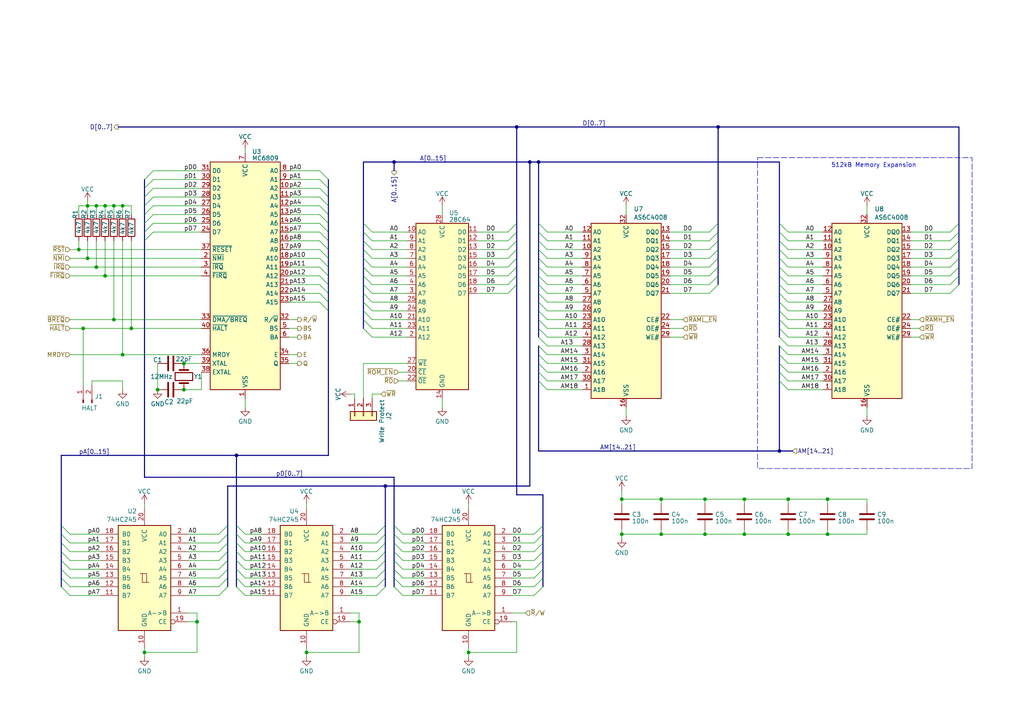
<source format=kicad_sch>
(kicad_sch (version 20231120) (generator "eeschema") (generator_version "8.0")
  (paper "A4")
  (bus_alias "" (members))
  (bus_alias "BUS" (members "{A[15..0]" "AM[23..13]" "D[7..0]" "~{RD}" "~{WR}" "E" "Q" "R/~{W}" "~{IRQ}" "~{FIRQ}" "~{NMI}" "~{RST}" "~{HALT}" "~{BREQ}" "MRDY" "BS" "BA" "~{ROM_EN}" "~{RAML_EN}" "~{RAMH_EN}}"))
  (bus_alias "CPU_BUS" (members "A[15..0]" "AM[23..13]" "D[7..0]" "~RD" "~WR" "E" "Q" "R/~W" "~IRQ" "~FIRQ" "~NMI" "~RST" "~HALT" "~BREQ" "MRDY" "BS" "BA" "~ROM_EN" "~RAML_EN" "~RAMH_EN"))
  (junction (at 33.02 59.69))
  (junction (at 135.89 189.23))
  (junction (at 27.94 59.69))
  (junction (at 180.34 154.94))
  (junction (at 25.4 74.93))
  (junction (at 156.21 46.99))
  (junction (at 25.4 59.69))
  (junction (at 240.03 144.78))
  (junction (at 35.56 102.87))
  (junction (at 104.14 180.34))
  (junction (at 204.47 144.78))
  (junction (at 180.34 144.78))
  (junction (at 111.76 140.97))
  (junction (at 228.6 154.94))
  (junction (at 68.58 132.08))
  (junction (at 35.56 59.69))
  (junction (at 24.13 95.25))
  (junction (at 33.02 92.71))
  (junction (at 30.48 80.01))
  (junction (at 191.77 154.94))
  (junction (at 215.9 154.94))
  (junction (at 215.9 144.78))
  (junction (at 57.15 180.34))
  (junction (at 30.48 59.69))
  (junction (at 45.72 113.03))
  (junction (at 38.1 95.25))
  (junction (at 226.06 130.81))
  (junction (at 153.67 46.99))
  (junction (at 149.86 36.83))
  (junction (at 191.77 144.78))
  (junction (at 53.34 105.41))
  (junction (at 240.03 154.94))
  (junction (at 114.3 46.99))
  (junction (at 208.28 36.83))
  (junction (at 88.9 189.23))
  (junction (at 204.47 154.94))
  (junction (at 22.86 72.39))
  (junction (at 27.94 77.47))
  (junction (at 41.91 189.23))
  (junction (at 53.34 113.03))
  (junction (at 228.6 144.78))
  (bus_entry (at 226.06 67.31) (size 2.54 2.54))
  (bus_entry (at 105.41 64.77) (size 2.54 2.54))
  (bus_entry (at 147.32 77.47) (size 2.54 -2.54))
  (bus_entry (at 41.91 57.15) (size 2.54 -2.54))
  (bus_entry (at 147.32 67.31) (size 2.54 -2.54))
  (bus_entry (at 278.13 67.31) (size -2.54 2.54))
  (bus_entry (at 95.25 52.07) (size -2.54 -2.54))
  (bus_entry (at 147.32 74.93) (size 2.54 -2.54))
  (bus_entry (at 208.28 80.01) (size -2.54 2.54))
  (bus_entry (at 157.48 160.02) (size -2.54 2.54))
  (bus_entry (at 156.21 85.09) (size 2.54 2.54))
  (bus_entry (at 147.32 69.85) (size 2.54 -2.54))
  (bus_entry (at 105.41 92.71) (size 2.54 2.54))
  (bus_entry (at 66.04 162.56) (size -2.54 2.54))
  (bus_entry (at 95.25 57.15) (size -2.54 -2.54))
  (bus_entry (at 105.41 90.17) (size 2.54 2.54))
  (bus_entry (at 226.06 107.95) (size 2.54 2.54))
  (bus_entry (at 157.48 167.64) (size -2.54 2.54))
  (bus_entry (at 278.13 82.55) (size -2.54 2.54))
  (bus_entry (at 226.06 87.63) (size 2.54 2.54))
  (bus_entry (at 95.25 90.17) (size -2.54 -2.54))
  (bus_entry (at 156.21 72.39) (size 2.54 2.54))
  (bus_entry (at 157.48 165.1) (size -2.54 2.54))
  (bus_entry (at 157.48 157.48) (size -2.54 2.54))
  (bus_entry (at 226.06 92.71) (size 2.54 2.54))
  (bus_entry (at 208.28 67.31) (size -2.54 2.54))
  (bus_entry (at 278.13 64.77) (size -2.54 2.54))
  (bus_entry (at 95.25 82.55) (size -2.54 -2.54))
  (bus_entry (at 17.78 160.02) (size 2.54 2.54))
  (bus_entry (at 278.13 69.85) (size -2.54 2.54))
  (bus_entry (at 66.04 160.02) (size -2.54 2.54))
  (bus_entry (at 68.58 154.94) (size 2.54 2.54))
  (bus_entry (at 226.06 82.55) (size 2.54 2.54))
  (bus_entry (at 111.76 165.1) (size -2.54 2.54))
  (bus_entry (at 278.13 72.39) (size -2.54 2.54))
  (bus_entry (at 226.06 74.93) (size 2.54 2.54))
  (bus_entry (at 208.28 77.47) (size -2.54 2.54))
  (bus_entry (at 17.78 167.64) (size 2.54 2.54))
  (bus_entry (at 41.91 52.07) (size 2.54 -2.54))
  (bus_entry (at 68.58 160.02) (size 2.54 2.54))
  (bus_entry (at 114.3 167.64) (size 2.54 2.54))
  (bus_entry (at 147.32 85.09) (size 2.54 -2.54))
  (bus_entry (at 17.78 152.4) (size 2.54 2.54))
  (bus_entry (at 114.3 160.02) (size 2.54 2.54))
  (bus_entry (at 41.91 64.77) (size 2.54 -2.54))
  (bus_entry (at 95.25 80.01) (size -2.54 -2.54))
  (bus_entry (at 226.06 80.01) (size 2.54 2.54))
  (bus_entry (at 226.06 90.17) (size 2.54 2.54))
  (bus_entry (at 66.04 157.48) (size -2.54 2.54))
  (bus_entry (at 17.78 165.1) (size 2.54 2.54))
  (bus_entry (at 111.76 170.18) (size -2.54 2.54))
  (bus_entry (at 226.06 105.41) (size 2.54 2.54))
  (bus_entry (at 95.25 74.93) (size -2.54 -2.54))
  (bus_entry (at 114.3 157.48) (size 2.54 2.54))
  (bus_entry (at 156.21 82.55) (size 2.54 2.54))
  (bus_entry (at 226.06 102.87) (size 2.54 2.54))
  (bus_entry (at 105.41 87.63) (size 2.54 2.54))
  (bus_entry (at 156.21 90.17) (size 2.54 2.54))
  (bus_entry (at 156.21 105.41) (size 2.54 2.54))
  (bus_entry (at 66.04 167.64) (size -2.54 2.54))
  (bus_entry (at 226.06 97.79) (size 2.54 2.54))
  (bus_entry (at 156.21 95.25) (size 2.54 2.54))
  (bus_entry (at 41.91 54.61) (size 2.54 -2.54))
  (bus_entry (at 66.04 154.94) (size -2.54 2.54))
  (bus_entry (at 156.21 74.93) (size 2.54 2.54))
  (bus_entry (at 156.21 107.95) (size 2.54 2.54))
  (bus_entry (at 157.48 162.56) (size -2.54 2.54))
  (bus_entry (at 105.41 74.93) (size 2.54 2.54))
  (bus_entry (at 278.13 77.47) (size -2.54 2.54))
  (bus_entry (at 156.21 110.49) (size 2.54 2.54))
  (bus_entry (at 226.06 64.77) (size 2.54 2.54))
  (bus_entry (at 156.21 100.33) (size 2.54 2.54))
  (bus_entry (at 68.58 157.48) (size 2.54 2.54))
  (bus_entry (at 226.06 85.09) (size 2.54 2.54))
  (bus_entry (at 105.41 77.47) (size 2.54 2.54))
  (bus_entry (at 68.58 165.1) (size 2.54 2.54))
  (bus_entry (at 156.21 67.31) (size 2.54 2.54))
  (bus_entry (at 41.91 62.23) (size 2.54 -2.54))
  (bus_entry (at 278.13 74.93) (size -2.54 2.54))
  (bus_entry (at 114.3 154.94) (size 2.54 2.54))
  (bus_entry (at 95.25 77.47) (size -2.54 -2.54))
  (bus_entry (at 17.78 154.94) (size 2.54 2.54))
  (bus_entry (at 156.21 87.63) (size 2.54 2.54))
  (bus_entry (at 66.04 170.18) (size -2.54 2.54))
  (bus_entry (at 105.41 80.01) (size 2.54 2.54))
  (bus_entry (at 226.06 95.25) (size 2.54 2.54))
  (bus_entry (at 147.32 72.39) (size 2.54 -2.54))
  (bus_entry (at 105.41 69.85) (size 2.54 2.54))
  (bus_entry (at 111.76 157.48) (size -2.54 2.54))
  (bus_entry (at 208.28 74.93) (size -2.54 2.54))
  (bus_entry (at 68.58 167.64) (size 2.54 2.54))
  (bus_entry (at 114.3 170.18) (size 2.54 2.54))
  (bus_entry (at 157.48 152.4) (size -2.54 2.54))
  (bus_entry (at 208.28 64.77) (size -2.54 2.54))
  (bus_entry (at 208.28 72.39) (size -2.54 2.54))
  (bus_entry (at 41.91 59.69) (size 2.54 -2.54))
  (bus_entry (at 156.21 77.47) (size 2.54 2.54))
  (bus_entry (at 157.48 154.94) (size -2.54 2.54))
  (bus_entry (at 68.58 152.4) (size 2.54 2.54))
  (bus_entry (at 156.21 80.01) (size 2.54 2.54))
  (bus_entry (at 95.25 54.61) (size -2.54 -2.54))
  (bus_entry (at 226.06 110.49) (size 2.54 2.54))
  (bus_entry (at 95.25 59.69) (size -2.54 -2.54))
  (bus_entry (at 226.06 100.33) (size 2.54 2.54))
  (bus_entry (at 95.25 67.31) (size -2.54 -2.54))
  (bus_entry (at 157.48 170.18) (size -2.54 2.54))
  (bus_entry (at 95.25 69.85) (size -2.54 -2.54))
  (bus_entry (at 226.06 72.39) (size 2.54 2.54))
  (bus_entry (at 105.41 67.31) (size 2.54 2.54))
  (bus_entry (at 156.21 97.79) (size 2.54 2.54))
  (bus_entry (at 66.04 165.1) (size -2.54 2.54))
  (bus_entry (at 95.25 64.77) (size -2.54 -2.54))
  (bus_entry (at 278.13 80.01) (size -2.54 2.54))
  (bus_entry (at 156.21 102.87) (size 2.54 2.54))
  (bus_entry (at 95.25 62.23) (size -2.54 -2.54))
  (bus_entry (at 147.32 80.01) (size 2.54 -2.54))
  (bus_entry (at 105.41 72.39) (size 2.54 2.54))
  (bus_entry (at 68.58 170.18) (size 2.54 2.54))
  (bus_entry (at 95.25 72.39) (size -2.54 -2.54))
  (bus_entry (at 105.41 85.09) (size 2.54 2.54))
  (bus_entry (at 111.76 152.4) (size -2.54 2.54))
  (bus_entry (at 226.06 77.47) (size 2.54 2.54))
  (bus_entry (at 111.76 154.94) (size -2.54 2.54))
  (bus_entry (at 17.78 170.18) (size 2.54 2.54))
  (bus_entry (at 156.21 69.85) (size 2.54 2.54))
  (bus_entry (at 111.76 160.02) (size -2.54 2.54))
  (bus_entry (at 114.3 162.56) (size 2.54 2.54))
  (bus_entry (at 66.04 152.4) (size -2.54 2.54))
  (bus_entry (at 95.25 87.63) (size -2.54 -2.54))
  (bus_entry (at 68.58 162.56) (size 2.54 2.54))
  (bus_entry (at 105.41 95.25) (size 2.54 2.54))
  (bus_entry (at 114.3 165.1) (size 2.54 2.54))
  (bus_entry (at 156.21 64.77) (size 2.54 2.54))
  (bus_entry (at 17.78 162.56) (size 2.54 2.54))
  (bus_entry (at 111.76 167.64) (size -2.54 2.54))
  (bus_entry (at 41.91 69.85) (size 2.54 -2.54))
  (bus_entry (at 114.3 152.4) (size 2.54 2.54))
  (bus_entry (at 111.76 162.56) (size -2.54 2.54))
  (bus_entry (at 208.28 82.55) (size -2.54 2.54))
  (bus_entry (at 17.78 157.48) (size 2.54 2.54))
  (bus_entry (at 105.41 82.55) (size 2.54 2.54))
  (bus_entry (at 156.21 92.71) (size 2.54 2.54))
  (bus_entry (at 41.91 67.31) (size 2.54 -2.54))
  (bus_entry (at 95.25 85.09) (size -2.54 -2.54))
  (bus_entry (at 208.28 69.85) (size -2.54 2.54))
  (bus_entry (at 147.32 82.55) (size 2.54 -2.54))
  (bus_entry (at 226.06 69.85) (size 2.54 2.54))
  (wire (pts (xy 105.41 105.41) (xy 105.41 115.57)))
  (wire (pts (xy 251.46 154.94) (xy 251.46 153.67)))
  (wire (pts (xy 44.45 52.07) (xy 58.42 52.07)))
  (wire (pts (xy 181.61 118.11) (xy 181.61 120.65)))
  (wire (pts (xy 135.89 187.96) (xy 135.89 189.23)))
  (wire (pts (xy 228.6 97.79) (xy 238.76 97.79)))
  (wire (pts (xy 158.75 87.63) (xy 168.91 87.63)))
  (bus (pts (xy 111.76 157.48) (xy 111.76 160.02)))
  (bus (pts (xy 41.91 54.61) (xy 41.91 57.15)))
  (wire (pts (xy 20.32 170.18) (xy 29.21 170.18)))
  (wire (pts (xy 135.89 146.05) (xy 135.89 147.32)))
  (bus (pts (xy 149.86 77.47) (xy 149.86 80.01)))
  (wire (pts (xy 149.86 189.23) (xy 149.86 180.34)))
  (wire (pts (xy 20.32 154.94) (xy 29.21 154.94)))
  (bus (pts (xy 68.58 132.08) (xy 95.25 132.08)))
  (bus (pts (xy 111.76 165.1) (xy 111.76 167.64)))
  (wire (pts (xy 138.43 69.85) (xy 147.32 69.85)))
  (bus (pts (xy 157.48 157.48) (xy 157.48 160.02)))
  (wire (pts (xy 54.61 157.48) (xy 63.5 157.48)))
  (wire (pts (xy 228.6 95.25) (xy 238.76 95.25)))
  (bus (pts (xy 208.28 67.31) (xy 208.28 69.85)))
  (wire (pts (xy 54.61 172.72) (xy 63.5 172.72)))
  (bus (pts (xy 41.91 69.85) (xy 41.91 138.43)))
  (wire (pts (xy 107.95 67.31) (xy 118.11 67.31)))
  (wire (pts (xy 116.84 160.02) (xy 123.19 160.02)))
  (wire (pts (xy 135.89 189.23) (xy 135.89 190.5)))
  (bus (pts (xy 278.13 72.39) (xy 278.13 74.93)))
  (wire (pts (xy 158.75 69.85) (xy 168.91 69.85)))
  (wire (pts (xy 158.75 113.03) (xy 168.91 113.03)))
  (bus (pts (xy 17.78 167.64) (xy 17.78 165.1)))
  (bus (pts (xy 68.58 132.08) (xy 68.58 152.4)))
  (bus (pts (xy 149.86 64.77) (xy 149.86 67.31)))
  (wire (pts (xy 35.56 69.85) (xy 35.56 102.87)))
  (wire (pts (xy 266.7 97.79) (xy 264.16 97.79)))
  (wire (pts (xy 71.12 43.18) (xy 71.12 44.45)))
  (bus (pts (xy 17.78 160.02) (xy 17.78 157.48)))
  (bus (pts (xy 149.86 80.01) (xy 149.86 82.55)))
  (wire (pts (xy 104.14 180.34) (xy 104.14 189.23)))
  (bus (pts (xy 17.78 152.4) (xy 17.78 132.08)))
  (wire (pts (xy 228.6 77.47) (xy 238.76 77.47)))
  (wire (pts (xy 44.45 54.61) (xy 58.42 54.61)))
  (bus (pts (xy 153.67 46.99) (xy 114.3 46.99)))
  (bus (pts (xy 226.06 107.95) (xy 226.06 110.49)))
  (wire (pts (xy 86.36 92.71) (xy 83.82 92.71)))
  (bus (pts (xy 156.21 90.17) (xy 156.21 92.71)))
  (wire (pts (xy 107.95 114.3) (xy 110.49 114.3)))
  (wire (pts (xy 83.82 69.85) (xy 92.71 69.85)))
  (wire (pts (xy 33.02 59.69) (xy 30.48 59.69)))
  (wire (pts (xy 148.59 167.64) (xy 154.94 167.64)))
  (wire (pts (xy 25.4 58.42) (xy 25.4 59.69)))
  (wire (pts (xy 251.46 144.78) (xy 251.46 146.05)))
  (wire (pts (xy 107.95 97.79) (xy 118.11 97.79)))
  (wire (pts (xy 71.12 154.94) (xy 76.2 154.94)))
  (wire (pts (xy 20.32 92.71) (xy 33.02 92.71)))
  (bus (pts (xy 114.3 157.48) (xy 114.3 154.94)))
  (wire (pts (xy 116.84 154.94) (xy 123.19 154.94)))
  (wire (pts (xy 194.31 69.85) (xy 205.74 69.85)))
  (wire (pts (xy 22.86 69.85) (xy 22.86 72.39)))
  (bus (pts (xy 17.78 170.18) (xy 17.78 167.64)))
  (wire (pts (xy 101.6 177.8) (xy 104.14 177.8)))
  (wire (pts (xy 83.82 82.55) (xy 92.71 82.55)))
  (bus (pts (xy 105.41 64.77) (xy 105.41 46.99)))
  (wire (pts (xy 54.61 165.1) (xy 63.5 165.1)))
  (bus (pts (xy 149.86 143.51) (xy 157.48 143.51)))
  (wire (pts (xy 38.1 62.23) (xy 38.1 59.69)))
  (wire (pts (xy 102.87 114.3) (xy 102.87 115.57)))
  (wire (pts (xy 27.94 59.69) (xy 27.94 62.23)))
  (bus (pts (xy 226.06 100.33) (xy 226.06 102.87)))
  (wire (pts (xy 105.41 105.41) (xy 118.11 105.41)))
  (wire (pts (xy 158.75 105.41) (xy 168.91 105.41)))
  (wire (pts (xy 101.6 160.02) (xy 109.22 160.02)))
  (bus (pts (xy 208.28 36.83) (xy 208.28 64.77)))
  (bus (pts (xy 208.28 36.83) (xy 278.13 36.83)))
  (bus (pts (xy 105.41 85.09) (xy 105.41 87.63)))
  (wire (pts (xy 228.6 87.63) (xy 238.76 87.63)))
  (bus (pts (xy 156.21 87.63) (xy 156.21 90.17)))
  (wire (pts (xy 158.75 100.33) (xy 168.91 100.33)))
  (bus (pts (xy 278.13 80.01) (xy 278.13 82.55)))
  (wire (pts (xy 158.75 67.31) (xy 168.91 67.31)))
  (bus (pts (xy 226.06 95.25) (xy 226.06 97.79)))
  (wire (pts (xy 38.1 95.25) (xy 58.42 95.25)))
  (wire (pts (xy 228.6 92.71) (xy 238.76 92.71)))
  (bus (pts (xy 149.86 74.93) (xy 149.86 77.47)))
  (wire (pts (xy 204.47 154.94) (xy 204.47 153.67)))
  (wire (pts (xy 45.72 105.41) (xy 45.72 113.03)))
  (bus (pts (xy 156.21 80.01) (xy 156.21 82.55)))
  (wire (pts (xy 215.9 154.94) (xy 215.9 153.67)))
  (wire (pts (xy 228.6 144.78) (xy 240.03 144.78)))
  (wire (pts (xy 158.75 77.47) (xy 168.91 77.47)))
  (wire (pts (xy 215.9 144.78) (xy 215.9 146.05)))
  (wire (pts (xy 26.67 110.49) (xy 35.56 110.49)))
  (wire (pts (xy 264.16 74.93) (xy 275.59 74.93)))
  (bus (pts (xy 41.91 64.77) (xy 41.91 67.31)))
  (bus (pts (xy 156.21 64.77) (xy 156.21 67.31)))
  (wire (pts (xy 128.27 59.69) (xy 128.27 62.23)))
  (bus (pts (xy 153.67 140.97) (xy 111.76 140.97)))
  (bus (pts (xy 66.04 162.56) (xy 66.04 165.1)))
  (wire (pts (xy 101.6 154.94) (xy 109.22 154.94)))
  (bus (pts (xy 156.21 46.99) (xy 153.67 46.99)))
  (bus (pts (xy 111.76 160.02) (xy 111.76 162.56)))
  (wire (pts (xy 83.82 85.09) (xy 92.71 85.09)))
  (wire (pts (xy 101.6 167.64) (xy 109.22 167.64)))
  (bus (pts (xy 66.04 165.1) (xy 66.04 167.64)))
  (wire (pts (xy 158.75 97.79) (xy 168.91 97.79)))
  (bus (pts (xy 95.25 74.93) (xy 95.25 77.47)))
  (wire (pts (xy 30.48 80.01) (xy 58.42 80.01)))
  (bus (pts (xy 226.06 87.63) (xy 226.06 90.17)))
  (bus (pts (xy 226.06 69.85) (xy 226.06 72.39)))
  (bus (pts (xy 153.67 46.99) (xy 153.67 140.97)))
  (wire (pts (xy 54.61 162.56) (xy 63.5 162.56)))
  (wire (pts (xy 158.75 107.95) (xy 168.91 107.95)))
  (wire (pts (xy 41.91 189.23) (xy 57.15 189.23)))
  (bus (pts (xy 156.21 74.93) (xy 156.21 77.47)))
  (bus (pts (xy 226.06 67.31) (xy 226.06 69.85)))
  (wire (pts (xy 116.84 172.72) (xy 123.19 172.72)))
  (wire (pts (xy 83.82 64.77) (xy 92.71 64.77)))
  (bus (pts (xy 68.58 160.02) (xy 68.58 162.56)))
  (bus (pts (xy 278.13 64.77) (xy 278.13 36.83)))
  (wire (pts (xy 148.59 172.72) (xy 154.94 172.72)))
  (bus (pts (xy 111.76 140.97) (xy 111.76 152.4)))
  (bus (pts (xy 149.86 36.83) (xy 149.86 64.77)))
  (wire (pts (xy 35.56 59.69) (xy 33.02 59.69)))
  (wire (pts (xy 198.12 95.25) (xy 194.31 95.25)))
  (wire (pts (xy 71.12 167.64) (xy 76.2 167.64)))
  (bus (pts (xy 114.3 162.56) (xy 114.3 160.02)))
  (wire (pts (xy 33.02 92.71) (xy 58.42 92.71)))
  (wire (pts (xy 228.6 74.93) (xy 238.76 74.93)))
  (bus (pts (xy 114.3 46.99) (xy 105.41 46.99)))
  (wire (pts (xy 228.6 107.95) (xy 238.76 107.95)))
  (bus (pts (xy 95.25 62.23) (xy 95.25 64.77)))
  (wire (pts (xy 107.95 87.63) (xy 118.11 87.63)))
  (wire (pts (xy 228.6 105.41) (xy 238.76 105.41)))
  (bus (pts (xy 105.41 92.71) (xy 105.41 95.25)))
  (wire (pts (xy 138.43 67.31) (xy 147.32 67.31)))
  (wire (pts (xy 101.6 180.34) (xy 104.14 180.34)))
  (wire (pts (xy 57.15 180.34) (xy 57.15 177.8)))
  (wire (pts (xy 158.75 80.01) (xy 168.91 80.01)))
  (wire (pts (xy 53.34 105.41) (xy 58.42 105.41)))
  (wire (pts (xy 107.95 69.85) (xy 118.11 69.85)))
  (wire (pts (xy 266.7 95.25) (xy 264.16 95.25)))
  (wire (pts (xy 20.32 172.72) (xy 29.21 172.72)))
  (bus (pts (xy 66.04 140.97) (xy 66.04 152.4)))
  (bus (pts (xy 156.21 77.47) (xy 156.21 80.01)))
  (bus (pts (xy 105.41 82.55) (xy 105.41 85.09)))
  (bus (pts (xy 95.25 54.61) (xy 95.25 57.15)))
  (wire (pts (xy 27.94 69.85) (xy 27.94 77.47)))
  (bus (pts (xy 226.06 105.41) (xy 226.06 107.95)))
  (bus (pts (xy 17.78 154.94) (xy 17.78 152.4)))
  (bus (pts (xy 208.28 77.47) (xy 208.28 80.01)))
  (wire (pts (xy 240.03 154.94) (xy 240.03 153.67)))
  (wire (pts (xy 264.16 77.47) (xy 275.59 77.47)))
  (wire (pts (xy 71.12 160.02) (xy 76.2 160.02)))
  (wire (pts (xy 135.89 189.23) (xy 149.86 189.23)))
  (bus (pts (xy 68.58 167.64) (xy 68.58 170.18)))
  (wire (pts (xy 83.82 74.93) (xy 92.71 74.93)))
  (bus (pts (xy 95.25 80.01) (xy 95.25 82.55)))
  (bus (pts (xy 156.21 95.25) (xy 156.21 97.79)))
  (wire (pts (xy 24.13 95.25) (xy 38.1 95.25)))
  (wire (pts (xy 41.91 146.05) (xy 41.91 147.32)))
  (wire (pts (xy 30.48 59.69) (xy 30.48 62.23)))
  (bus (pts (xy 41.91 59.69) (xy 41.91 62.23)))
  (wire (pts (xy 104.14 177.8) (xy 104.14 180.34)))
  (wire (pts (xy 27.94 59.69) (xy 25.4 59.69)))
  (bus (pts (xy 111.76 162.56) (xy 111.76 165.1)))
  (wire (pts (xy 38.1 59.69) (xy 35.56 59.69)))
  (wire (pts (xy 148.59 165.1) (xy 154.94 165.1)))
  (bus (pts (xy 156.21 64.77) (xy 156.21 46.99)))
  (bus (pts (xy 278.13 67.31) (xy 278.13 69.85)))
  (bus (pts (xy 17.78 157.48) (xy 17.78 154.94)))
  (wire (pts (xy 138.43 85.09) (xy 147.32 85.09)))
  (wire (pts (xy 35.56 110.49) (xy 35.56 113.03)))
  (bus (pts (xy 156.21 102.87) (xy 156.21 105.41)))
  (bus (pts (xy 114.3 154.94) (xy 114.3 152.4)))
  (wire (pts (xy 228.6 102.87) (xy 238.76 102.87)))
  (wire (pts (xy 35.56 102.87) (xy 58.42 102.87)))
  (wire (pts (xy 20.32 72.39) (xy 22.86 72.39)))
  (wire (pts (xy 116.84 167.64) (xy 123.19 167.64)))
  (wire (pts (xy 107.95 77.47) (xy 118.11 77.47)))
  (wire (pts (xy 83.82 67.31) (xy 92.71 67.31)))
  (wire (pts (xy 148.59 170.18) (xy 154.94 170.18)))
  (bus (pts (xy 41.91 57.15) (xy 41.91 59.69)))
  (wire (pts (xy 107.95 72.39) (xy 118.11 72.39)))
  (wire (pts (xy 191.77 144.78) (xy 204.47 144.78)))
  (bus (pts (xy 66.04 154.94) (xy 66.04 157.48)))
  (wire (pts (xy 44.45 67.31) (xy 58.42 67.31)))
  (wire (pts (xy 228.6 100.33) (xy 238.76 100.33)))
  (wire (pts (xy 107.95 85.09) (xy 118.11 85.09)))
  (wire (pts (xy 158.75 82.55) (xy 168.91 82.55)))
  (wire (pts (xy 138.43 74.93) (xy 147.32 74.93)))
  (bus (pts (xy 41.91 52.07) (xy 41.91 54.61)))
  (wire (pts (xy 83.82 49.53) (xy 92.71 49.53)))
  (wire (pts (xy 191.77 154.94) (xy 191.77 153.67)))
  (wire (pts (xy 194.31 82.55) (xy 205.74 82.55)))
  (bus (pts (xy 111.76 167.64) (xy 111.76 170.18)))
  (wire (pts (xy 71.12 162.56) (xy 76.2 162.56)))
  (wire (pts (xy 83.82 62.23) (xy 92.71 62.23)))
  (wire (pts (xy 107.95 80.01) (xy 118.11 80.01)))
  (wire (pts (xy 180.34 154.94) (xy 191.77 154.94)))
  (bus (pts (xy 105.41 80.01) (xy 105.41 82.55)))
  (wire (pts (xy 116.84 170.18) (xy 123.19 170.18)))
  (wire (pts (xy 180.34 144.78) (xy 191.77 144.78)))
  (wire (pts (xy 101.6 172.72) (xy 109.22 172.72)))
  (wire (pts (xy 180.34 154.94) (xy 180.34 156.21)))
  (wire (pts (xy 54.61 180.34) (xy 57.15 180.34)))
  (bus (pts (xy 105.41 77.47) (xy 105.41 80.01)))
  (wire (pts (xy 101.6 157.48) (xy 109.22 157.48)))
  (bus (pts (xy 157.48 143.51) (xy 157.48 152.4)))
  (bus (pts (xy 105.41 87.63) (xy 105.41 90.17)))
  (wire (pts (xy 158.75 90.17) (xy 168.91 90.17)))
  (bus (pts (xy 95.25 64.77) (xy 95.25 67.31)))
  (bus (pts (xy 226.06 102.87) (xy 226.06 105.41)))
  (wire (pts (xy 83.82 80.01) (xy 92.71 80.01)))
  (wire (pts (xy 35.56 62.23) (xy 35.56 59.69)))
  (wire (pts (xy 57.15 177.8) (xy 54.61 177.8)))
  (wire (pts (xy 264.16 69.85) (xy 275.59 69.85)))
  (wire (pts (xy 194.31 74.93) (xy 205.74 74.93)))
  (wire (pts (xy 107.95 74.93) (xy 118.11 74.93)))
  (wire (pts (xy 83.82 59.69) (xy 92.71 59.69)))
  (bus (pts (xy 278.13 69.85) (xy 278.13 72.39)))
  (wire (pts (xy 115.57 107.95) (xy 118.11 107.95)))
  (bus (pts (xy 95.25 87.63) (xy 95.25 90.17)))
  (bus (pts (xy 156.21 72.39) (xy 156.21 74.93)))
  (bus (pts (xy 229.87 130.81) (xy 226.06 130.81)))
  (wire (pts (xy 22.86 72.39) (xy 58.42 72.39)))
  (bus (pts (xy 41.91 67.31) (xy 41.91 69.85)))
  (wire (pts (xy 198.12 92.71) (xy 194.31 92.71)))
  (wire (pts (xy 104.14 189.23) (xy 88.9 189.23)))
  (bus (pts (xy 95.25 77.47) (xy 95.25 80.01)))
  (bus (pts (xy 156.21 69.85) (xy 156.21 72.39)))
  (bus (pts (xy 156.21 130.81) (xy 156.21 110.49)))
  (wire (pts (xy 148.59 162.56) (xy 154.94 162.56)))
  (wire (pts (xy 44.45 64.77) (xy 58.42 64.77)))
  (wire (pts (xy 20.32 80.01) (xy 30.48 80.01)))
  (bus (pts (xy 95.25 90.17) (xy 95.25 132.08)))
  (wire (pts (xy 101.6 165.1) (xy 109.22 165.1)))
  (wire (pts (xy 204.47 144.78) (xy 204.47 146.05)))
  (wire (pts (xy 86.36 105.41) (xy 83.82 105.41)))
  (bus (pts (xy 226.06 130.81) (xy 156.21 130.81)))
  (wire (pts (xy 54.61 167.64) (xy 63.5 167.64)))
  (bus (pts (xy 226.06 80.01) (xy 226.06 82.55)))
  (bus (pts (xy 226.06 77.47) (xy 226.06 80.01)))
  (bus (pts (xy 66.04 160.02) (xy 66.04 162.56)))
  (wire (pts (xy 228.6 72.39) (xy 238.76 72.39)))
  (bus (pts (xy 95.25 82.55) (xy 95.25 85.09)))
  (wire (pts (xy 149.86 180.34) (xy 148.59 180.34)))
  (wire (pts (xy 30.48 69.85) (xy 30.48 80.01)))
  (wire (pts (xy 158.75 110.49) (xy 168.91 110.49)))
  (wire (pts (xy 240.03 154.94) (xy 251.46 154.94)))
  (bus (pts (xy 17.78 132.08) (xy 68.58 132.08)))
  (bus (pts (xy 226.06 85.09) (xy 226.06 87.63)))
  (wire (pts (xy 158.75 72.39) (xy 168.91 72.39)))
  (bus (pts (xy 66.04 140.97) (xy 111.76 140.97)))
  (wire (pts (xy 57.15 189.23) (xy 57.15 180.34)))
  (bus (pts (xy 114.3 152.4) (xy 114.3 138.43)))
  (wire (pts (xy 180.34 142.24) (xy 180.34 144.78)))
  (bus (pts (xy 208.28 69.85) (xy 208.28 72.39)))
  (bus (pts (xy 95.25 67.31) (xy 95.25 69.85)))
  (wire (pts (xy 83.82 72.39) (xy 92.71 72.39)))
  (wire (pts (xy 116.84 165.1) (xy 123.19 165.1)))
  (wire (pts (xy 22.86 59.69) (xy 25.4 59.69)))
  (wire (pts (xy 20.32 77.47) (xy 27.94 77.47)))
  (bus (pts (xy 149.86 36.83) (xy 208.28 36.83)))
  (bus (pts (xy 105.41 72.39) (xy 105.41 74.93)))
  (bus (pts (xy 208.28 64.77) (xy 208.28 67.31)))
  (wire (pts (xy 138.43 80.01) (xy 147.32 80.01)))
  (wire (pts (xy 191.77 154.94) (xy 204.47 154.94)))
  (bus (pts (xy 66.04 157.48) (xy 66.04 160.02)))
  (wire (pts (xy 266.7 92.71) (xy 264.16 92.71)))
  (wire (pts (xy 44.45 57.15) (xy 58.42 57.15)))
  (bus (pts (xy 156.21 82.55) (xy 156.21 85.09)))
  (wire (pts (xy 86.36 95.25) (xy 83.82 95.25)))
  (bus (pts (xy 95.25 69.85) (xy 95.25 72.39)))
  (bus (pts (xy 157.48 162.56) (xy 157.48 165.1)))
  (wire (pts (xy 71.12 115.57) (xy 71.12 118.11)))
  (bus (pts (xy 149.86 69.85) (xy 149.86 72.39)))
  (bus (pts (xy 111.76 152.4) (xy 111.76 154.94)))
  (bus (pts (xy 156.21 46.99) (xy 226.06 46.99)))
  (bus (pts (xy 208.28 72.39) (xy 208.28 74.93)))
  (wire (pts (xy 83.82 52.07) (xy 92.71 52.07)))
  (wire (pts (xy 22.86 62.23) (xy 22.86 59.69)))
  (bus (pts (xy 156.21 85.09) (xy 156.21 87.63)))
  (wire (pts (xy 158.75 74.93) (xy 168.91 74.93)))
  (bus (pts (xy 68.58 154.94) (xy 68.58 157.48)))
  (wire (pts (xy 54.61 160.02) (xy 63.5 160.02)))
  (bus (pts (xy 105.41 67.31) (xy 105.41 69.85)))
  (wire (pts (xy 148.59 154.94) (xy 154.94 154.94)))
  (wire (pts (xy 228.6 154.94) (xy 240.03 154.94)))
  (wire (pts (xy 20.32 74.93) (xy 25.4 74.93)))
  (wire (pts (xy 148.59 160.02) (xy 154.94 160.02)))
  (bus (pts (xy 208.28 80.01) (xy 208.28 82.55)))
  (bus (pts (xy 157.48 154.94) (xy 157.48 157.48)))
  (wire (pts (xy 88.9 187.96) (xy 88.9 189.23)))
  (bus (pts (xy 149.86 82.55) (xy 149.86 143.51)))
  (bus (pts (xy 157.48 152.4) (xy 157.48 154.94)))
  (wire (pts (xy 228.6 69.85) (xy 238.76 69.85)))
  (wire (pts (xy 194.31 67.31) (xy 205.74 67.31)))
  (wire (pts (xy 20.32 165.1) (xy 29.21 165.1)))
  (wire (pts (xy 158.75 92.71) (xy 168.91 92.71)))
  (bus (pts (xy 95.25 85.09) (xy 95.25 87.63)))
  (wire (pts (xy 228.6 113.03) (xy 238.76 113.03)))
  (wire (pts (xy 107.95 115.57) (xy 107.95 114.3)))
  (bus (pts (xy 66.04 152.4) (xy 66.04 154.94)))
  (bus (pts (xy 226.06 72.39) (xy 226.06 74.93)))
  (wire (pts (xy 138.43 72.39) (xy 147.32 72.39)))
  (wire (pts (xy 25.4 59.69) (xy 25.4 62.23)))
  (wire (pts (xy 264.16 67.31) (xy 275.59 67.31)))
  (wire (pts (xy 264.16 82.55) (xy 275.59 82.55)))
  (wire (pts (xy 88.9 146.05) (xy 88.9 147.32)))
  (wire (pts (xy 148.59 157.48) (xy 154.94 157.48)))
  (bus (pts (xy 149.86 67.31) (xy 149.86 69.85)))
  (wire (pts (xy 107.95 95.25) (xy 118.11 95.25)))
  (wire (pts (xy 116.84 157.48) (xy 123.19 157.48)))
  (bus (pts (xy 226.06 74.93) (xy 226.06 77.47)))
  (wire (pts (xy 41.91 187.96) (xy 41.91 189.23)))
  (wire (pts (xy 58.42 113.03) (xy 58.42 107.95)))
  (wire (pts (xy 44.45 62.23) (xy 58.42 62.23)))
  (wire (pts (xy 54.61 154.94) (xy 63.5 154.94)))
  (bus (pts (xy 156.21 107.95) (xy 156.21 110.49)))
  (wire (pts (xy 138.43 82.55) (xy 147.32 82.55)))
  (wire (pts (xy 83.82 87.63) (xy 92.71 87.63)))
  (bus (pts (xy 114.3 138.43) (xy 41.91 138.43)))
  (wire (pts (xy 86.36 102.87) (xy 83.82 102.87)))
  (wire (pts (xy 27.94 77.47) (xy 58.42 77.47)))
  (bus (pts (xy 157.48 167.64) (xy 157.48 170.18)))
  (wire (pts (xy 264.16 72.39) (xy 275.59 72.39)))
  (bus (pts (xy 226.06 90.17) (xy 226.06 92.71)))
  (bus (pts (xy 156.21 105.41) (xy 156.21 107.95)))
  (bus (pts (xy 114.3 49.53) (xy 114.3 46.99)))
  (wire (pts (xy 107.95 82.55) (xy 118.11 82.55)))
  (wire (pts (xy 240.03 144.78) (xy 251.46 144.78)))
  (wire (pts (xy 25.4 74.93) (xy 58.42 74.93)))
  (wire (pts (xy 251.46 118.11) (xy 251.46 120.65)))
  (wire (pts (xy 71.12 172.72) (xy 76.2 172.72)))
  (wire (pts (xy 88.9 189.23) (xy 88.9 190.5)))
  (bus (pts (xy 278.13 74.93) (xy 278.13 77.47)))
  (bus (pts (xy 95.25 72.39) (xy 95.25 74.93)))
  (bus (pts (xy 156.21 67.31) (xy 156.21 69.85)))
  (wire (pts (xy 20.32 167.64) (xy 29.21 167.64)))
  (bus (pts (xy 114.3 165.1) (xy 114.3 162.56)))
  (wire (pts (xy 20.32 102.87) (xy 35.56 102.87)))
  (wire (pts (xy 240.03 144.78) (xy 240.03 146.05)))
  (wire (pts (xy 30.48 59.69) (xy 27.94 59.69)))
  (wire (pts (xy 20.32 160.02) (xy 29.21 160.02)))
  (wire (pts (xy 20.32 162.56) (xy 29.21 162.56)))
  (bus (pts (xy 41.91 62.23) (xy 41.91 64.77)))
  (bus (pts (xy 114.3 170.18) (xy 114.3 167.64)))
  (bus (pts (xy 105.41 64.77) (xy 105.41 67.31)))
  (bus (pts (xy 105.41 69.85) (xy 105.41 72.39)))
  (bus (pts (xy 156.21 100.33) (xy 156.21 102.87)))
  (wire (pts (xy 138.43 77.47) (xy 147.32 77.47)))
  (bus (pts (xy 95.25 57.15) (xy 95.25 59.69)))
  (wire (pts (xy 86.36 97.79) (xy 83.82 97.79)))
  (wire (pts (xy 41.91 189.23) (xy 41.91 190.5)))
  (bus (pts (xy 226.06 46.99) (xy 226.06 64.77)))
  (wire (pts (xy 71.12 170.18) (xy 76.2 170.18)))
  (wire (pts (xy 194.31 72.39) (xy 205.74 72.39)))
  (wire (pts (xy 215.9 144.78) (xy 228.6 144.78)))
  (wire (pts (xy 26.67 111.76) (xy 26.67 110.49)))
  (wire (pts (xy 71.12 165.1) (xy 76.2 165.1)))
  (bus (pts (xy 68.58 162.56) (xy 68.58 165.1)))
  (wire (pts (xy 44.45 59.69) (xy 58.42 59.69)))
  (bus (pts (xy 278.13 64.77) (xy 278.13 67.31)))
  (bus (pts (xy 157.48 160.02) (xy 157.48 162.56)))
  (wire (pts (xy 152.4 177.8) (xy 148.59 177.8)))
  (wire (pts (xy 198.12 97.79) (xy 194.31 97.79)))
  (bus (pts (xy 208.28 74.93) (xy 208.28 77.47)))
  (bus (pts (xy 105.41 74.93) (xy 105.41 77.47)))
  (wire (pts (xy 44.45 49.53) (xy 58.42 49.53)))
  (wire (pts (xy 264.16 80.01) (xy 275.59 80.01)))
  (wire (pts (xy 115.57 110.49) (xy 118.11 110.49)))
  (wire (pts (xy 180.34 144.78) (xy 180.34 146.05)))
  (wire (pts (xy 228.6 67.31) (xy 238.76 67.31)))
  (bus (pts (xy 17.78 165.1) (xy 17.78 162.56)))
  (wire (pts (xy 20.32 157.48) (xy 29.21 157.48)))
  (wire (pts (xy 251.46 59.69) (xy 251.46 62.23)))
  (bus (pts (xy 95.25 52.07) (xy 95.25 54.61)))
  (wire (pts (xy 158.75 85.09) (xy 168.91 85.09)))
  (bus (pts (xy 105.41 90.17) (xy 105.41 92.71)))
  (wire (pts (xy 215.9 154.94) (xy 228.6 154.94)))
  (wire (pts (xy 101.6 114.3) (xy 102.87 114.3)))
  (bus (pts (xy 68.58 152.4) (xy 68.58 154.94)))
  (wire (pts (xy 116.84 162.56) (xy 123.19 162.56)))
  (wire (pts (xy 38.1 69.85) (xy 38.1 95.25)))
  (wire (pts (xy 83.82 54.61) (xy 92.71 54.61)))
  (bus (pts (xy 34.29 36.83) (xy 149.86 36.83)))
  (wire (pts (xy 107.95 90.17) (xy 118.11 90.17)))
  (bus (pts (xy 66.04 167.64) (xy 66.04 170.18)))
  (wire (pts (xy 83.82 77.47) (xy 92.71 77.47)))
  (wire (pts (xy 228.6 144.78) (xy 228.6 146.05)))
  (bus (pts (xy 157.48 165.1) (xy 157.48 167.64)))
  (wire (pts (xy 228.6 110.49) (xy 238.76 110.49)))
  (wire (pts (xy 158.75 102.87) (xy 168.91 102.87)))
  (bus (pts (xy 68.58 157.48) (xy 68.58 160.02)))
  (wire (pts (xy 191.77 144.78) (xy 191.77 146.05)))
  (wire (pts (xy 158.75 95.25) (xy 168.91 95.25)))
  (wire (pts (xy 204.47 154.94) (xy 215.9 154.94)))
  (wire (pts (xy 264.16 85.09) (xy 275.59 85.09)))
  (wire (pts (xy 194.31 85.09) (xy 205.74 85.09)))
  (wire (pts (xy 24.13 95.25) (xy 24.13 111.76)))
  (bus (pts (xy 95.25 59.69) (xy 95.25 62.23)))
  (wire (pts (xy 194.31 80.01) (xy 205.74 80.01)))
  (wire (pts (xy 204.47 144.78) (xy 215.9 144.78)))
  (wire (pts (xy 194.31 77.47) (xy 205.74 77.47)))
  (wire (pts (xy 228.6 80.01) (xy 238.76 80.01)))
  (wire (pts (xy 107.95 92.71) (xy 118.11 92.71)))
  (wire (pts (xy 228.6 154.94) (xy 228.6 153.67)))
  (bus (pts (xy 149.86 72.39) (xy 149.86 74.93)))
  (wire (pts (xy 33.02 59.69) (xy 33.02 62.23)))
  (wire (pts (xy 228.6 82.55) (xy 238.76 82.55)))
  (wire (pts (xy 181.61 59.69) (xy 181.61 62.23)))
  (wire (pts (xy 101.6 170.18) (xy 109.22 170.18)))
  (wire (pts (xy 20.32 95.25) (xy 24.13 95.25)))
  (wire (pts (xy 101.6 162.56) (xy 109.22 162.56)))
  (wire (pts (xy 25.4 69.85) (xy 25.4 74.93)))
  (bus (pts (xy 226.06 92.71) (xy 226.06 95.25)))
  (bus (pts (xy 226.06 82.55) (xy 226.06 85.09)))
  (wire (pts (xy 128.27 115.57) (xy 128.27 118.11)))
  (wire (pts (xy 83.82 57.15) (xy 92.71 57.15)))
  (bus (pts (xy 156.21 92.71) (xy 156.21 95.25)))
  (bus (pts (xy 226.06 64.77) (xy 226.06 67.31)))
  (wire (pts (xy 228.6 85.09) (xy 238.76 85.09)))
  (bus (pts (xy 114.3 167.64) (xy 114.3 165.1)))
  (wire (pts (xy 71.12 157.48) (xy 76.2 157.48)))
  (bus (pts (xy 17.78 162.56) (xy 17.78 160.02)))
  (wire (pts (xy 180.34 153.67) (xy 180.34 154.94)))
  (bus (pts (xy 114.3 160.02) (xy 114.3 157.48)))
  (bus (pts (xy 226.06 110.49) (xy 226.06 130.81)))
  (bus (pts (xy 111.76 154.94) (xy 111.76 157.48)))
  (wire (pts (xy 54.61 170.18) (xy 63.5 170.18)))
  (bus (pts (xy 68.58 165.1) (xy 68.58 167.64)))
  (wire (pts (xy 53.34 113.03) (xy 58.42 113.03)))
  (wire (pts (xy 228.6 90.17) (xy 238.76 90.17)))
  (wire (pts (xy 33.02 69.85) (xy 33.02 92.71)))
  (bus (pts (xy 278.13 77.47) (xy 278.13 80.01)))
  (rectangle (start 219.71 45.72) (end 281.94 135.89) (stroke (width 0) (type dash)))
  (text "512kB Memory Expansion" (at 241.046 48.768 0) (effects (font (size 1.27 1.27)) (justify left bottom)))
  (label "pD4" (at 119.38 165.1 0))
  (label "pA13" (at 83.82 82.55 0))
  (label "pA10" (at 72.39 160.02 0))
  (label "D4" (at 198.12 77.47 0))
  (label "AM18" (at 232.41 113.03 0))
  (label "pA15" (at 72.39 172.72 0))
  (label "A6" (at 54.61 170.18 0))
  (label "AM16" (at 162.56 107.95 0))
  (label "A11" (at 233.68 95.25 0))
  (label "A7" (at 113.03 85.09 0))
  (label "A6" (at 113.03 82.55 0))
  (label "A12" (at 233.68 97.79 0))
  (label "pD6" (at 53.34 64.77 0))
  (label "pD0" (at 53.34 49.53 0))
  (label "AM17" (at 162.56 110.49 0))
  (label "D6" (at 148.59 170.18 0))
  (label "D5" (at 267.97 80.01 0))
  (label "pA7" (at 83.82 67.31 0))
  (label "pA0" (at 25.4 154.94 0))
  (label "AM[14..21]" (at 173.99 130.81 0))
  (label "A12" (at 101.6 165.1 0))
  (label "A1" (at 233.68 69.85 0))
  (label "A9" (at 163.83 90.17 0))
  (label "pA3" (at 83.82 57.15 0))
  (label "pA9" (at 72.39 157.48 0))
  (label "D1" (at 140.97 69.85 0))
  (label "A0" (at 163.83 67.31 0))
  (label "pA5" (at 83.82 62.23 0))
  (label "A11" (at 101.6 162.56 0))
  (label "pA4" (at 83.82 59.69 0))
  (label "AM16" (at 232.41 107.95 0))
  (label "pA2" (at 25.4 160.02 0))
  (label "pD1" (at 53.34 52.07 0))
  (label "pA14" (at 72.39 170.18 0))
  (label "D4" (at 140.97 77.47 0))
  (label "pA7" (at 25.4 172.72 0))
  (label "D1" (at 267.97 69.85 0))
  (label "D6" (at 140.97 82.55 0))
  (label "pA3" (at 25.4 162.56 0))
  (label "pD1" (at 119.38 157.48 0))
  (label "A11" (at 113.03 95.25 0))
  (label "D5" (at 140.97 80.01 0))
  (label "pD4" (at 53.34 59.69 0))
  (label "A10" (at 101.6 160.02 0))
  (label "pD3" (at 119.38 162.56 0))
  (label "A15" (at 101.6 172.72 0))
  (label "pA4" (at 25.4 165.1 0))
  (label "D7" (at 198.12 85.09 0))
  (label "pA10" (at 83.82 74.93 0))
  (label "pA11" (at 83.82 77.47 0))
  (label "A10" (at 113.03 92.71 0))
  (label "pA0" (at 83.82 49.53 0))
  (label "D0" (at 267.97 67.31 0))
  (label "D2" (at 140.97 72.39 0))
  (label "pD2" (at 119.38 160.02 0))
  (label "A3" (at 54.61 162.56 0))
  (label "pD0" (at 119.38 154.94 0))
  (label "D[0..7]" (at 168.91 36.83 0))
  (label "pA5" (at 25.4 167.64 0))
  (label "D7" (at 267.97 85.09 0))
  (label "A0" (at 233.68 67.31 0))
  (label "A4" (at 233.68 77.47 0))
  (label "D3" (at 140.97 74.93 0))
  (label "A11" (at 163.83 95.25 0))
  (label "pD5" (at 119.38 167.64 0))
  (label "A8" (at 163.83 87.63 0))
  (label "D5" (at 148.59 167.64 0))
  (label "A1" (at 163.83 69.85 0))
  (label "A7" (at 233.68 85.09 0))
  (label "D7" (at 148.59 172.72 0))
  (label "A1" (at 113.03 69.85 0))
  (label "A4" (at 54.61 165.1 0))
  (label "pA6" (at 25.4 170.18 0))
  (label "A0" (at 54.61 154.94 0))
  (label "A2" (at 54.61 160.02 0))
  (label "A9" (at 101.6 157.48 0))
  (label "A12" (at 163.83 97.79 0))
  (label "D2" (at 267.97 72.39 0))
  (label "A3" (at 113.03 74.93 0))
  (label "D4" (at 267.97 77.47 0))
  (label "pD6" (at 119.38 170.18 0))
  (label "AM18" (at 162.56 113.03 0))
  (label "A9" (at 233.68 90.17 0))
  (label "A4" (at 113.03 77.47 0))
  (label "pA1" (at 25.4 157.48 0))
  (label "A5" (at 163.83 80.01 0))
  (label "A9" (at 113.03 90.17 0))
  (label "pA12" (at 83.82 80.01 0))
  (label "D3" (at 198.12 74.93 0))
  (label "A6" (at 233.68 82.55 0))
  (label "A5" (at 54.61 167.64 0))
  (label "AM15" (at 232.41 105.41 0))
  (label "pD7" (at 53.34 67.31 0))
  (label "D7" (at 140.97 85.09 0))
  (label "A4" (at 163.83 77.47 0))
  (label "A3" (at 233.68 74.93 0))
  (label "pD[0..7]" (at 80.01 138.43 0))
  (label "D4" (at 148.59 165.1 0))
  (label "D6" (at 198.12 82.55 0))
  (label "A3" (at 163.83 74.93 0))
  (label "A10" (at 163.83 92.71 0))
  (label "A1" (at 54.61 157.48 0))
  (label "pA9" (at 83.82 72.39 0))
  (label "A2" (at 163.83 72.39 0))
  (label "A13" (at 101.6 167.64 0))
  (label "D3" (at 267.97 74.93 0))
  (label "A14" (at 101.6 170.18 0))
  (label "A8" (at 233.68 87.63 0))
  (label "A7" (at 54.61 172.72 0))
  (label "pA13" (at 72.39 167.64 0))
  (label "A12" (at 113.03 97.79 0))
  (label "pA11" (at 72.39 162.56 0))
  (label "D0" (at 148.59 154.94 0))
  (label "A5" (at 113.03 80.01 0))
  (label "pD7" (at 119.38 172.72 0))
  (label "A5" (at 233.68 80.01 0))
  (label "D6" (at 267.97 82.55 0))
  (label "pD2" (at 53.34 54.61 0))
  (label "D0" (at 140.97 67.31 0))
  (label "A10" (at 233.68 92.71 0))
  (label "A13" (at 162.56 100.33 0))
  (label "A[0..15]" (at 129.54 46.99 180))
  (label "pA2" (at 83.82 54.61 0))
  (label "A8" (at 101.6 154.94 0))
  (label "pA12" (at 72.39 165.1 0))
  (label "pD5" (at 53.34 62.23 0))
  (label "pA[0..15]" (at 22.86 132.08 0))
  (label "A2" (at 113.03 72.39 0))
  (label "AM15" (at 162.56 105.41 0))
  (label "AM14" (at 232.41 102.87 0))
  (label "A13" (at 233.68 100.33 0))
  (label "D1" (at 148.59 157.48 0))
  (label "A2" (at 233.68 72.39 0))
  (label "D2" (at 148.59 160.02 0))
  (label "A0" (at 113.03 67.31 0))
  (label "pA8" (at 72.39 154.94 0))
  (label "pA6" (at 83.82 64.77 0))
  (label "D3" (at 148.59 162.56 0))
  (label "A7" (at 163.83 85.09 0))
  (label "D1" (at 198.12 69.85 0))
  (label "pA14" (at 83.82 85.09 0))
  (label "D5" (at 198.12 80.01 0))
  (label "A6" (at 163.83 82.55 0))
  (label "A8" (at 113.03 87.63 0))
  (label "AM14" (at 162.56 102.87 0))
  (label "pA8" (at 83.82 69.85 0))
  (label "D2" (at 198.12 72.39 0))
  (label "AM17" (at 232.41 110.49 0))
  (label "pD3" (at 53.34 57.15 0))
  (label "pA15" (at 83.82 87.63 0))
  (label "pA1" (at 83.82 52.07 0))
  (label "D0" (at 198.12 67.31 0))
  (hierarchical_label "R{slash}~{W}" (shape output) (at 86.36 92.71 0))
  (hierarchical_label "~{RAML_EN}" (shape input) (at 198.12 92.71 0))
  (hierarchical_label "~{FIRQ}" (shape input) (at 20.32 80.01 180))
  (hierarchical_label "BA" (shape output) (at 86.36 97.79 0))
  (hierarchical_label "BS" (shape output) (at 86.36 95.25 0))
  (hierarchical_label "E" (shape output) (at 86.36 102.87 0))
  (hierarchical_label "~{NMI}" (shape input) (at 20.32 74.93 180))
  (hierarchical_label "~{RST}" (shape input) (at 20.32 72.39 180))
  (hierarchical_label "~{R}/W" (shape input) (at 152.4 177.8 0))
  (hierarchical_label "~{ROM_EN}" (shape input) (at 115.57 107.95 180))
  (hierarchical_label "MRDY" (shape input) (at 20.32 102.87 180))
  (hierarchical_label "~{RAMH_EN}" (shape input) (at 266.7 92.71 0))
  (hierarchical_label "~{WR}" (shape input) (at 266.7 97.79 0))
  (hierarchical_label "~{BREQ}" (shape input) (at 20.32 92.71 180))
  (hierarchical_label "AM[14..21]" (shape input) (at 229.87 130.81 0))
  (hierarchical_label "~{RD}" (shape input) (at 266.7 95.25 0))
  (hierarchical_label "~{HALT}" (shape input) (at 20.32 95.25 180))
  (hierarchical_label "Q" (shape output) (at 86.36 105.41 0))
  (hierarchical_label "A[0..15]" (shape output) (at 114.3 49.53 270))
  (hierarchical_label "D[0..7]" (shape output) (at 34.29 36.83 180))
  (hierarchical_label "~{WR}" (shape input) (at 110.49 114.3 0))
  (hierarchical_label "~{RD}" (shape input) (at 198.12 95.25 0))
  (hierarchical_label "~{RD}" (shape input) (at 115.57 110.49 180))
  (hierarchical_label "~{WR}" (shape input) (at 198.12 97.79 0))
  (hierarchical_label "~{IRQ}" (shape input) (at 20.32 77.47 180))
  (symbol (lib_id "power:GND") (at 71.12 118.11 0) (unit 1)
    (property "Reference" "#PWR08" (effects (hide yes)))
    (property "Value" "GND" (at 71.12 122.2455 0))
  )
  (symbol (lib_id "Device:C") (at 49.53 105.41 270) (mirror x) (unit 1)
    (property "Reference" "C1" (at 45.72 104.394 90))
    (property "Value" "22pF" (at 53.34 104.14 90))
    (property "Footprint" "Capacitor_THT:C_Disc_D5.0mm_W2.5mm_P2.50mm" (effects (hide yes)))
  )
  (symbol (lib_id "Device:Crystal") (at 53.34 109.22 270) (mirror x) (unit 1)
    (property "Reference" "Y1" (at 58.674 109.22 90) (effects (justify right)))
    (property "Value" "12MHz" (at 50.038 109.22 90) (effects (justify right)))
    (property "Footprint" "Crystal:Crystal_HC49-U_Vertical" (effects (hide yes)))
    (property "Description" "Two pin crystal" (effects (hide yes)))
  )
  (symbol (lib_id "Memory_RAM:AS6C4008-55PCN") (at 251.46 90.17 0) (unit 1)
    (property "Reference" "U8" (at 253.6541 60.6255 0) (effects (justify left)))
    (property "Value" "AS6C4008" (at 253.6541 63.0498 0) (effects (justify left)))
    (property "Footprint" "Package_DIP:DIP-32_W15.24mm_Socket" (effects (hide yes)))
    (property "Datasheet" "https://www.alliancememory.com/wp-content/uploads/pdf/AS6C4008.pdf" (effects (hide yes)))
  )
  (symbol (lib_id "power:VCC") (at 101.6 114.3 90) (unit 1)
    (property "Reference" "#PWR011" (effects (hide yes)))
    (property "Value" "VCC" (at 98.0981 114.3 0))
  )
  (symbol (lib_id "power:GND") (at 41.91 190.5 0) (unit 1)
    (property "Reference" "#PWR04" (effects (hide yes)))
    (property "Value" "GND" (at 41.91 194.6355 0))
  )
  (symbol (lib_id "Device:C") (at 251.46 149.86 0) (unit 1)
    (property "Reference" "C9" (at 254.381 149.2163 0) (effects (justify left)))
    (property "Value" "100n" (at 254.381 151.1373 0) (effects (justify left)))
    (property "Footprint" "Capacitor_THT:C_Disc_D5.0mm_W2.5mm_P2.50mm" (effects (hide yes)))
  )
  (symbol (lib_id "power:VCC") (at 71.12 43.18 0) (unit 1)
    (property "Reference" "#PWR07" (effects (hide yes)))
    (property "Value" "VCC" (at 71.12 39.6781 0))
  )
  (symbol (lib_id "Connector_Generic:Conn_01x03") (at 105.41 120.65 90) (mirror x) (unit 1)
    (property "Reference" "J2" (at 112.776 120.65 0))
    (property "Value" "Write Protect" (at 110.744 122.174 0))
    (property "Footprint" "Connector_PinHeader_2.54mm:PinHeader_1x03_P2.54mm_Vertical" (effects (hide yes)))
    (property "Description" "Generic connector, single row, 01x03, script generated (kicad-library-utils/schlib/autogen/connector/)" (effects (hide yes)))
  )
  (symbol (lib_id "power:VCC") (at 88.9 146.05 0) (unit 1)
    (property "Reference" "#PWR09" (effects (hide yes)))
    (property "Value" "VCC" (at 88.9 142.5481 0))
  )
  (symbol (lib_id "Device:C") (at 204.47 149.86 0) (unit 1)
    (property "Reference" "C5" (at 207.391 149.2163 0) (effects (justify left)))
    (property "Value" "100n" (at 207.391 151.1373 0) (effects (justify left)))
    (property "Footprint" "Capacitor_THT:C_Disc_D5.0mm_W2.5mm_P2.50mm" (effects (hide yes)))
  )
  (symbol (lib_id "Device:R") (at 38.1 66.04 180) (unit 1)
    (property "Reference" "R7" (at 37.084 63.5 90) (effects (justify right)))
    (property "Value" "4k7" (at 38.1 68.072 90) (effects (justify right)))
    (property "Footprint" "Resistor_THT:R_Axial_DIN0204_L3.6mm_D1.6mm_P7.62mm_Horizontal" (effects (hide yes)))
    (property "Description" "Resistor" (effects (hide yes)))
  )
  (symbol (lib_id "Device:C") (at 180.34 149.86 0) (unit 1)
    (property "Reference" "C3" (at 183.261 149.2163 0) (effects (justify left)))
    (property "Value" "100n" (at 183.261 151.1373 0) (effects (justify left)))
    (property "Footprint" "Capacitor_THT:C_Disc_D5.0mm_W2.5mm_P2.50mm" (effects (hide yes)))
  )
  (symbol (lib_id "power:GND") (at 45.72 113.03 0) (unit 1)
    (property "Reference" "#PWR05" (effects (hide yes)))
    (property "Value" "GND" (at 45.72 117.1655 0))
  )
  (symbol (lib_id "Device:R") (at 22.86 66.04 180) (unit 1)
    (property "Reference" "R1" (at 21.844 63.5 90) (effects (justify right)))
    (property "Value" "4k7" (at 22.86 67.818 90) (effects (justify right)))
    (property "Footprint" "Resistor_THT:R_Axial_DIN0204_L3.6mm_D1.6mm_P7.62mm_Horizontal" (effects (hide yes)))
    (property "Description" "Resistor" (effects (hide yes)))
  )
  (symbol (lib_id "Memory_EPROM:27C64") (at 128.27 87.63 0) (unit 1)
    (property "Reference" "U5" (at 130.2259 61.7601 0) (effects (justify left)))
    (property "Value" "28C64" (at 130.2259 63.6811 0) (effects (justify left)))
    (property "Footprint" "Package_DIP:DIP-28_W15.24mm_Socket" (effects (hide yes)))
    (property "Datasheet" "http://ww1.microchip.com/downloads/en/DeviceDoc/11107M.pdf" (effects (hide yes)))
  )
  (symbol (lib_id "power:GND") (at 180.34 156.21 0) (unit 1)
    (property "Reference" "#PWR017" (effects (hide yes)))
    (property "Value" "GND" (at 180.34 160.3455 0))
  )
  (symbol (lib_id "power:VCC") (at 180.34 142.24 0) (unit 1)
    (property "Reference" "#PWR016" (effects (hide yes)))
    (property "Value" "VCC" (at 180.34 138.7381 0))
  )
  (symbol (lib_id "Device:R") (at 25.4 66.04 180) (unit 1)
    (property "Reference" "R2" (at 24.384 63.5 90) (effects (justify right)))
    (property "Value" "4k7" (at 25.4 67.818 90) (effects (justify right)))
    (property "Footprint" "Resistor_THT:R_Axial_DIN0204_L3.6mm_D1.6mm_P7.62mm_Horizontal" (effects (hide yes)))
    (property "Description" "Resistor" (effects (hide yes)))
  )
  (symbol (lib_id "74xx:74HC245") (at 41.91 167.64 0) (mirror y) (unit 1)
    (property "Reference" "U2" (at 39.7159 148.2555 0) (effects (justify left)))
    (property "Value" "74HC245" (at 39.7159 150.6798 0) (effects (justify left)))
    (property "Footprint" "Package_DIP:DIP-20_W7.62mm_Socket" (effects (hide yes)))
    (property "Datasheet" "http://www.ti.com/lit/gpn/sn74HC245" (effects (hide yes)))
    (property "Description" "Octal BUS Transceivers, 3-State outputs" (effects (hide yes)))
  )
  (symbol (lib_id "power:GND") (at 251.46 120.65 0) (unit 1)
    (property "Reference" "#PWR021" (effects (hide yes)))
    (property "Value" "GND" (at 251.46 124.7855 0))
  )
  (symbol (lib_id "power:VCC") (at 135.89 146.05 0) (unit 1)
    (property "Reference" "#PWR014" (effects (hide yes)))
    (property "Value" "VCC" (at 135.89 142.5481 0))
  )
  (symbol (lib_id "power:GND") (at 135.89 190.5 0) (unit 1)
    (property "Reference" "#PWR015" (effects (hide yes)))
    (property "Value" "GND" (at 135.89 194.6355 0))
  )
  (symbol (lib_id "power:GND") (at 35.56 113.03 0) (unit 1)
    (property "Reference" "#PWR02" (effects (hide yes)))
    (property "Value" "GND" (at 35.56 117.1655 0))
  )
  (symbol (lib_id "power:VCC") (at 41.91 146.05 0) (unit 1)
    (property "Reference" "#PWR03" (effects (hide yes)))
    (property "Value" "VCC" (at 41.91 142.5481 0))
  )
  (symbol (lib_id "CPU_NXP_6800:MC6809") (at 71.12 80.01 0) (unit 1)
    (property "Reference" "U3" (at 73.0759 43.9801 0) (effects (justify left)))
    (property "Value" "MC6809" (at 73.0759 45.9011 0) (effects (justify left)))
    (property "Footprint" "Package_DIP:DIP-40_W15.24mm_Socket" (effects (hide yes)))
    (property "Datasheet" "http://pdf.datasheetcatalog.com/datasheet/motorola/MC68B09S.pdf" (effects (hide yes)))
  )
  (symbol (lib_id "power:VCC") (at 181.61 59.69 0) (unit 1)
    (property "Reference" "#PWR018" (effects (hide yes)))
    (property "Value" "VCC" (at 181.61 56.1881 0))
  )
  (symbol (lib_id "Device:C") (at 240.03 149.86 0) (unit 1)
    (property "Reference" "C8" (at 242.951 149.2163 0) (effects (justify left)))
    (property "Value" "100n" (at 242.951 151.1373 0) (effects (justify left)))
    (property "Footprint" "Capacitor_THT:C_Disc_D5.0mm_W2.5mm_P2.50mm" (effects (hide yes)))
  )
  (symbol (lib_id "74xx:74HC245") (at 135.89 167.64 0) (mirror y) (unit 1)
    (property "Reference" "U6" (at 133.6959 148.2555 0) (effects (justify left)))
    (property "Value" "74HC245" (at 133.6959 150.6798 0) (effects (justify left)))
    (property "Footprint" "Package_DIP:DIP-20_W7.62mm_Socket" (effects (hide yes)))
    (property "Datasheet" "http://www.ti.com/lit/gpn/sn74HC245" (effects (hide yes)))
    (property "Description" "Octal BUS Transceivers, 3-State outputs" (effects (hide yes)))
  )
  (symbol (lib_id "Device:C") (at 228.6 149.86 0) (unit 1)
    (property "Reference" "C7" (at 231.521 149.2163 0) (effects (justify left)))
    (property "Value" "100n" (at 231.521 151.1373 0) (effects (justify left)))
    (property "Footprint" "Capacitor_THT:C_Disc_D5.0mm_W2.5mm_P2.50mm" (effects (hide yes)))
  )
  (symbol (lib_id "power:VCC") (at 25.4 58.42 0) (unit 1)
    (property "Reference" "#PWR01" (effects (hide yes)))
    (property "Value" "VCC" (at 25.4 54.9181 0))
  )
  (symbol (lib_id "power:GND") (at 88.9 190.5 0) (unit 1)
    (property "Reference" "#PWR010" (effects (hide yes)))
    (property "Value" "GND" (at 88.9 194.6355 0))
  )
  (symbol (lib_id "74xx:74HC245") (at 88.9 167.64 0) (mirror y) (unit 1)
    (property "Reference" "U4" (at 86.7059 148.2555 0) (effects (justify left)))
    (property "Value" "74HC245" (at 86.7059 150.6798 0) (effects (justify left)))
    (property "Footprint" "Package_DIP:DIP-20_W7.62mm_Socket" (effects (hide yes)))
    (property "Datasheet" "http://www.ti.com/lit/gpn/sn74HC245" (effects (hide yes)))
    (property "Description" "Octal BUS Transceivers, 3-State outputs" (effects (hide yes)))
  )
  (symbol (lib_id "power:GND") (at 181.61 120.65 0) (unit 1)
    (property "Reference" "#PWR019" (effects (hide yes)))
    (property "Value" "GND" (at 181.61 124.7855 0))
  )
  (symbol (lib_id "Connector:Conn_01x02_Male") (at 24.13 116.84 90) (unit 1)
    (property "Reference" "J1" (at 27.5082 114.9928 90) (effects (justify right)))
    (property "Value" "HALT" (at 23.622 118.364 90) (effects (justify right)))
    (property "Footprint" "Connector_PinHeader_2.54mm:PinHeader_1x02_P2.54mm_Vertical" (effects (hide yes)))
    (property "Description" "Generic connector, single row, 01x02, script generated (kicad-library-utils/schlib/autogen/connector/)" (effects (hide yes)))
  )
  (symbol (lib_id "Device:R") (at 35.56 66.04 180) (unit 1)
    (property "Reference" "R6" (at 34.544 63.5 90) (effects (justify right)))
    (property "Value" "4k7" (at 35.56 68.072 90) (effects (justify right)))
    (property "Footprint" "Resistor_THT:R_Axial_DIN0204_L3.6mm_D1.6mm_P7.62mm_Horizontal" (effects (hide yes)))
    (property "Description" "Resistor" (effects (hide yes)))
  )
  (symbol (lib_id "Device:R") (at 27.94 66.04 180) (unit 1)
    (property "Reference" "R3" (at 26.924 63.5 90) (effects (justify right)))
    (property "Value" "4k7" (at 27.94 67.818 90) (effects (justify right)))
    (property "Footprint" "Resistor_THT:R_Axial_DIN0204_L3.6mm_D1.6mm_P7.62mm_Horizontal" (effects (hide yes)))
    (property "Description" "Resistor" (effects (hide yes)))
  )
  (symbol (lib_id "Device:R") (at 30.48 66.04 180) (unit 1)
    (property "Reference" "R4" (at 29.464 63.5 90) (effects (justify right)))
    (property "Value" "4k7" (at 30.48 67.818 90) (effects (justify right)))
    (property "Footprint" "Resistor_THT:R_Axial_DIN0204_L3.6mm_D1.6mm_P7.62mm_Horizontal" (effects (hide yes)))
    (property "Description" "Resistor" (effects (hide yes)))
  )
  (symbol (lib_id "Device:C") (at 215.9 149.86 0) (unit 1)
    (property "Reference" "C6" (at 218.821 149.2163 0) (effects (justify left)))
    (property "Value" "100n" (at 218.821 151.1373 0) (effects (justify left)))
    (property "Footprint" "Capacitor_THT:C_Disc_D5.0mm_W2.5mm_P2.50mm" (effects (hide yes)))
  )
  (symbol (lib_id "power:VCC") (at 128.27 59.69 0) (unit 1)
    (property "Reference" "#PWR012" (effects (hide yes)))
    (property "Value" "VCC" (at 128.27 56.1881 0))
  )
  (symbol (lib_id "Memory_RAM:AS6C4008-55PCN") (at 181.61 90.17 0) (unit 1)
    (property "Reference" "U7" (at 183.8041 60.6255 0) (effects (justify left)))
    (property "Value" "AS6C4008" (at 183.8041 63.0498 0) (effects (justify left)))
    (property "Footprint" "Package_DIP:DIP-32_W15.24mm_Socket" (effects (hide yes)))
    (property "Datasheet" "https://www.alliancememory.com/wp-content/uploads/pdf/AS6C4008.pdf" (effects (hide yes)))
  )
  (symbol (lib_id "Device:C") (at 191.77 149.86 0) (unit 1)
    (property "Reference" "C4" (at 194.691 149.2163 0) (effects (justify left)))
    (property "Value" "100n" (at 194.691 151.1373 0) (effects (justify left)))
    (property "Footprint" "Capacitor_THT:C_Disc_D5.0mm_W2.5mm_P2.50mm" (effects (hide yes)))
  )
  (symbol (lib_id "power:VCC") (at 251.46 59.69 0) (unit 1)
    (property "Reference" "#PWR020" (effects (hide yes)))
    (property "Value" "VCC" (at 251.46 56.1881 0))
  )
  (symbol (lib_id "Device:C") (at 49.53 113.03 270) (mirror x) (unit 1)
    (property "Reference" "C2" (at 49.022 116.586 90))
    (property "Value" "22pF" (at 53.594 116.332 90))
    (property "Footprint" "Capacitor_THT:C_Disc_D5.0mm_W2.5mm_P2.50mm" (effects (hide yes)))
  )
  (symbol (lib_id "Device:R") (at 33.02 66.04 180) (unit 1)
    (property "Reference" "R5" (at 32.004 63.5 90) (effects (justify right)))
    (property "Value" "4k7" (at 33.02 67.818 90) (effects (justify right)))
    (property "Footprint" "Resistor_THT:R_Axial_DIN0204_L3.6mm_D1.6mm_P7.62mm_Horizontal" (effects (hide yes)))
    (property "Description" "Resistor" (effects (hide yes)))
  )
  (symbol (lib_id "power:GND") (at 128.27 118.11 0) (unit 1)
    (property "Reference" "#PWR013" (effects (hide yes)))
    (property "Value" "GND" (at 128.27 122.2455 0))
  )
)
</source>
